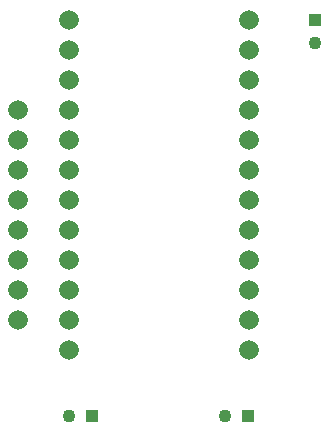
<source format=gbr>
%TF.GenerationSoftware,KiCad,Pcbnew,(6.0.11)*%
%TF.CreationDate,2023-11-20T18:36:57+00:00*%
%TF.ProjectId,reaction_wheel,72656163-7469-46f6-9e5f-776865656c2e,rev?*%
%TF.SameCoordinates,Original*%
%TF.FileFunction,Soldermask,Bot*%
%TF.FilePolarity,Negative*%
%FSLAX46Y46*%
G04 Gerber Fmt 4.6, Leading zero omitted, Abs format (unit mm)*
G04 Created by KiCad (PCBNEW (6.0.11)) date 2023-11-20 18:36:57*
%MOMM*%
%LPD*%
G01*
G04 APERTURE LIST*
%ADD10R,1.100000X1.100000*%
%ADD11C,1.100000*%
%ADD12C,1.665000*%
G04 APERTURE END LIST*
D10*
%TO.C,U6*%
X121396000Y-104690000D03*
D11*
X119396000Y-104690000D03*
%TD*%
D12*
%TO.C,U3*%
X115062000Y-78740000D03*
X115062000Y-81280000D03*
X115062000Y-83820000D03*
X115062000Y-86360000D03*
X115062000Y-88900000D03*
X115062000Y-91440000D03*
X115062000Y-93980000D03*
X115062000Y-96520000D03*
%TD*%
D10*
%TO.C,U7*%
X140208000Y-71120000D03*
D11*
X140208000Y-73120000D03*
%TD*%
D10*
%TO.C,U4*%
X134604000Y-104648000D03*
D11*
X132604000Y-104648000D03*
%TD*%
D12*
%TO.C,U5*%
X134620000Y-71120000D03*
X134620000Y-73660000D03*
X134620000Y-76200000D03*
X134620000Y-78740000D03*
X134620000Y-81280000D03*
X134620000Y-83820000D03*
X134620000Y-86360000D03*
X134620000Y-88900000D03*
X134620000Y-91440000D03*
X134620000Y-93980000D03*
X134620000Y-96520000D03*
X134620000Y-99060000D03*
X119380000Y-99060000D03*
X119380000Y-96520000D03*
X119380000Y-93980000D03*
X119380000Y-91440000D03*
X119380000Y-88900000D03*
X119380000Y-86360000D03*
X119380000Y-83820000D03*
X119380000Y-81280000D03*
X119380000Y-78740000D03*
X119380000Y-76200000D03*
X119380000Y-73660000D03*
X119380000Y-71120000D03*
%TD*%
M02*

</source>
